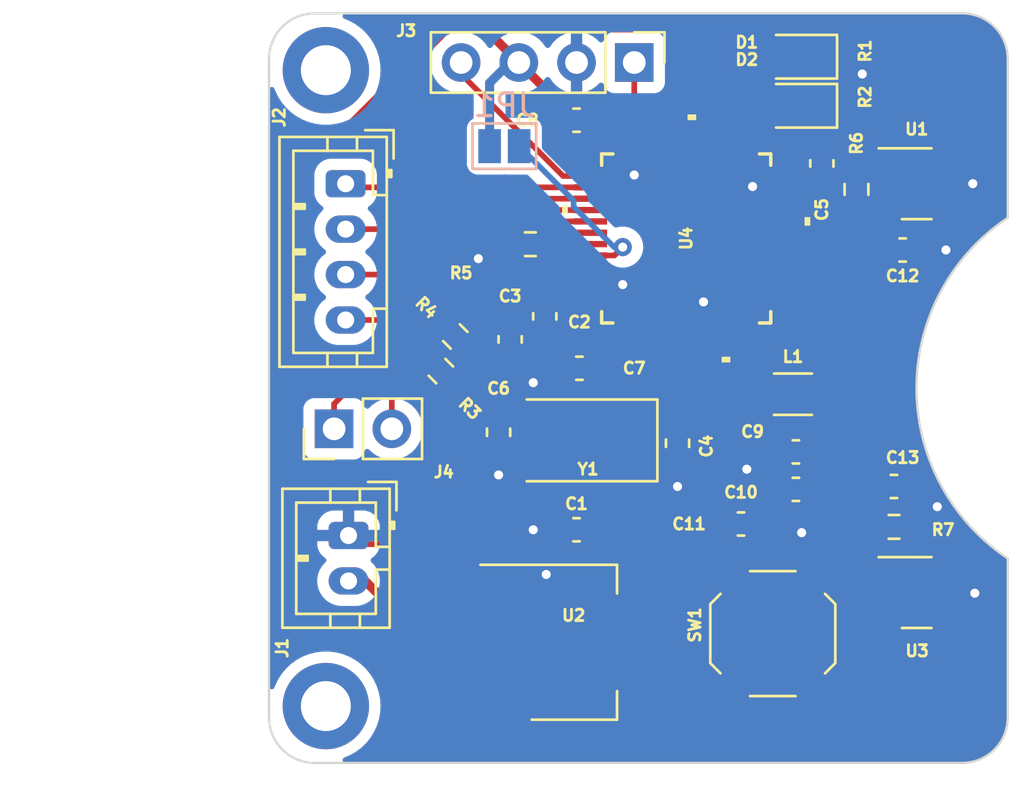
<source format=kicad_pcb>
(kicad_pcb (version 20221018) (generator pcbnew)
  (title_block (title "Mag Encoder PCB") (date "2024-09-25") (rev "0.1") (company "Victor Zhang"))
  (layers (0 "F.Cu" mixed) (31 "B.Cu" power) (34 "B.Paste" user) (35 "F.Paste" user) (36 "B.SilkS" user "B.Silkscreen") (37 "F.SilkS" user "F.Silkscreen") (38 "B.Mask" user) (39 "F.Mask" user) (44 "Edge.Cuts" user))
  (net 0 "")
  (net 1 "GND")
  (net 2 "+5V")
  (net 3 "+3.3V")
  (net 4 "HAL1_IN")
  (net 5 "HAL2_IN")
  (net 6 "+3.3VA")
  (net 7 "Net-(D1-K)")
  (net 8 "Net-(D2-K)")
  (net 30 "Net-(U4A-PD1-OSC_OUT-RCC_OSC_OUT)")
  (net 31 "Net-(U4A-PD0-OSC_IN-RCC_OSC_IN)")
  (net 32 "Net-(D1-A)")
  (net 33 "Net-(D2-A)")
  (net 34 "SWDIO")
  (net 35 "SWCLK")
  (net 36 "SPI1_NSS")
  (net 37 "SPI1_SCK")
  (net 38 "SPI1_MISO")
  (net 39 "SPI1_MOSI")
  (net 40 "I2C1_SDA")
  (net 41 "I2C1_SCL")
  (net 44 "BOOT0")
  (net 45 "Net-(U1-OUT)")
  (net 46 "Net-(U3-OUT)")
  (footprint "Package_TO_SOT_SMD:SOT-23" (layer "F.Cu") (at 87.36 86.745)
    (fp_text reference "U1" (at 0 -2.4 unlocked) (layer "F.SilkS") (effects (font (size 0.5 0.5))))
    (fp_text value "DRV5055A4xDBZxQ1" hide)
    (pad "1" smd roundrect locked (at -0.9375 -0.95) (size 1.475 0.6) (layers "F.Cu" "F.Paste" "F.Mask") (net 3 "+3.3V"))
    (pad "2" smd roundrect locked (at -0.9375 0.95) (size 1.475 0.6) (layers "F.Cu" "F.Paste" "F.Mask") (net 45 "Net-(U1-OUT)"))
    (pad "3" smd roundrect locked (at 0.9375 0) (size 1.475 0.6) (layers "F.Cu" "F.Paste" "F.Mask") (net 1 "GND"))
  )
  (footprint "Crystal:Crystal_SMD_5032-2Pin_5.0x3.2mm" (layer "F.Cu") (at 72.898 98.044 180)
    (fp_text reference "Y1" (at 0 -1.27 unlocked) (layer "F.SilkS") (effects (font (size 0.5 0.5))))
    (fp_text value "8Mhz")
    (pad "1" smd rect (at -1.85 0 180) (size 2 2.4) (layers "F.Cu" "F.Paste" "F.Mask") (net 30 "Net-(U4A-PD1-OSC_OUT-RCC_OSC_OUT)"))
    (pad "2" smd rect (at 1.85 0 180) (size 2 2.4) (layers "F.Cu" "F.Paste" "F.Mask") (net 31 "Net-(U4A-PD0-OSC_IN-RCC_OSC_IN)"))
  )
  (footprint "Capacitor_SMD:C_0603_1608Metric" (layer "F.Cu") (at 86.741 89.662)
    (fp_text reference "C12" (at 0 1.143 unlocked) (layer "F.SilkS") (effects (font (size 0.5 0.5))))
    (fp_text value "C_Small")
    (pad "1" smd roundrect (at -0.775 0) (size 0.9 0.95) (layers "F.Cu" "F.Paste" "F.Mask") (net 4 "HAL1_IN"))
    (pad "2" smd roundrect (at 0.775 0) (size 0.9 0.95) (layers "F.Cu" "F.Paste" "F.Mask") (net 1 "GND"))
  )
  (footprint "Capacitor_SMD:C_0603_1608Metric" (layer "F.Cu") (at 82.042 100.203 180)
    (fp_text reference "C10" (at 2.413 -0.127 unlocked) (layer "F.SilkS") (effects (font (size 0.5 0.5))))
    (fp_text value "100n")
    (pad "1" smd roundrect (at -0.775 0 180) (size 0.9 0.95) (layers "F.Cu" "F.Paste" "F.Mask") (net 6 "+3.3VA"))
    (pad "2" smd roundrect (at 0.775 0 180) (size 0.9 0.95) (layers "F.Cu" "F.Paste" "F.Mask") (net 1 "GND"))
  )
  (footprint "Capacitor_SMD:C_0603_1608Metric" (layer "F.Cu") (at 79.629 101.727)
    (fp_text reference "C11" (at -2.286 0 unlocked) (layer "F.SilkS") (effects (font (size 0.5 0.5))))
    (fp_text value "100n")
    (pad "1" smd roundrect (at -0.775 0) (size 0.9 0.95) (layers "F.Cu" "F.Paste" "F.Mask") (net 3 "+3.3V"))
    (pad "2" smd roundrect (at 0.775 0) (size 0.9 0.95) (layers "F.Cu" "F.Paste" "F.Mask") (net 1 "GND"))
  )
  (footprint "LED_SMD:LED_0805_2012Metric" (layer "F.Cu") (at 82.169 83.312 180)
    (fp_text reference "D2" (at 2.286 2.032 unlocked) (layer "F.SilkS") (effects (font (size 0.5 0.5))))
    (fp_text value "LED_Small")
    (pad "1" smd roundrect (at -0.9375 0 180) (size 0.975 1.4) (layers "F.Cu" "F.Paste" "F.Mask") (net 8 "Net-(D2-K)"))
    (pad "2" smd roundrect (at 0.9375 0 180) (size 0.975 1.4) (layers "F.Cu" "F.Paste" "F.Mask") (net 33 "Net-(D2-A)"))
  )
  (footprint "Connector_JST:JST_PH_B2B-PH-K_1x02_P2.00mm_Vertical" (layer "F.Cu") (at 62.357 102.235 -90)
    (fp_text reference "J1" (at 4.953 2.921 90 unlocked) (layer "F.SilkS") (effects (font (size 0.5 0.5))))
    (fp_text value "Conn_01x02_Socket")
    (pad "1" thru_hole roundrect (at 0 0 270) (size 1.2 1.75) (drill 0.75) (layers "*.Cu" "*.Mask") (roundrect_rratio 0.2083333333) (net 1 "GND"))
    (pad "2" thru_hole oval (at 2 0 270) (size 1.2 1.75) (drill 0.75) (layers "*.Cu" "*.Mask") (net 2 "+5V"))
  )
  (footprint "Resistor_SMD:R_0603_1608Metric" (layer "F.Cu") (at 70.358 89.408 180)
    (fp_text reference "R5" (at 3.048 -1.27 unlocked) (layer "F.SilkS") (effects (font (size 0.5 0.5))))
    (fp_text value "10k")
    (pad "1" smd roundrect (at -0.825 0 180) (size 0.8 0.95) (layers "F.Cu" "F.Paste" "F.Mask") (net 44 "BOOT0"))
    (pad "2" smd roundrect (at 0.825 0 180) (size 0.8 0.95) (layers "F.Cu" "F.Paste" "F.Mask") (net 1 "GND"))
  )
  (footprint "Capacitor_SMD:C_0603_1608Metric" (layer "F.Cu") (at 86.36 100.076)
    (fp_text reference "C13" (at 0.381 -1.27 unlocked) (layer "F.SilkS") (effects (font (size 0.5 0.5))))
    (fp_text value "C_Small")
    (pad "1" smd roundrect (at -0.775 0) (size 0.9 0.95) (layers "F.Cu" "F.Paste" "F.Mask") (net 5 "HAL2_IN"))
    (pad "2" smd roundrect (at 0.775 0) (size 0.9 0.95) (layers "F.Cu" "F.Paste" "F.Mask") (net 1 "GND"))
  )
  (footprint "Capacitor_SMD:C_0603_1608Metric" (layer "F.Cu") (at 82.042 98.552 180)
    (fp_text reference "C9" (at 1.905 0.889 unlocked) (layer "F.SilkS") (effects (font (size 0.5 0.5))))
    (fp_text value "1u")
    (pad "1" smd roundrect (at -0.775 0 180) (size 0.9 0.95) (layers "F.Cu" "F.Paste" "F.Mask") (net 6 "+3.3VA"))
    (pad "2" smd roundrect (at 0.775 0 180) (size 0.9 0.95) (layers "F.Cu" "F.Paste" "F.Mask") (net 1 "GND"))
  )
  (footprint "Capacitor_SMD:C_0603_1608Metric" (layer "F.Cu") (at 83.185 85.852 -90)
    (fp_text reference "C5" (at 2.032 0 90 unlocked) (layer "F.SilkS") (effects (font (size 0.5 0.5))))
    (fp_text value "100n")
    (pad "1" smd roundrect (at -0.775 0 270) (size 0.9 0.95) (layers "F.Cu" "F.Paste" "F.Mask") (net 3 "+3.3V"))
    (pad "2" smd roundrect (at 0.775 0 270) (size 0.9 0.95) (layers "F.Cu" "F.Paste" "F.Mask") (net 1 "GND"))
  )
  (footprint "Resistor_SMD:R_0201_0603Metric" (layer "F.Cu") (at 84.328 81.153 90)
    (fp_text reference "R1" (at 0.254 0.762 90 unlocked) (layer "F.SilkS") (effects (font (size 0.5 0.5))))
    (fp_text value "1.5k")
    (pad "1" smd roundrect (at -0.32 0 90) (size 0.46 0.4) (layers "F.Cu" "F.Mask") (net 1 "GND"))
    (pad "2" smd roundrect (at 0.32 0 90) (size 0.46 0.4) (layers "F.Cu" "F.Mask") (net 7 "Net-(D1-K)"))
  )
  (footprint "Capacitor_SMD:C_0603_1608Metric" (layer "F.Cu") (at 72.517 94.869 180)
    (fp_text reference "C7" (at -2.413 0 unlocked) (layer "F.SilkS") (effects (font (size 0.5 0.5))))
    (fp_text value "100n")
    (pad "1" smd roundrect (at -0.775 0 180) (size 0.9 0.95) (layers "F.Cu" "F.Paste" "F.Mask") (net 3 "+3.3V"))
    (pad "2" smd roundrect (at 0.775 0 180) (size 0.9 0.95) (layers "F.Cu" "F.Paste" "F.Mask") (net 1 "GND"))
  )
  (footprint "Resistor_SMD:R_0201_0603Metric" (layer "F.Cu") (at 84.328 82.641 -90)
    (fp_text reference "R2" (at 0.29 -0.762 90 unlocked) (layer "F.SilkS") (effects (font (size 0.5 0.5))))
    (fp_text value "1.5k")
    (pad "1" smd roundrect (at -0.32 0 270) (size 0.46 0.4) (layers "F.Cu" "F.Mask") (net 1 "GND"))
    (pad "2" smd roundrect (at 0.32 0 270) (size 0.46 0.4) (layers "F.Cu" "F.Mask") (net 8 "Net-(D2-K)"))
  )
  (footprint "Resistor_SMD:R_0603_1608Metric" (layer "F.Cu") (at 67.056 93.472 135)
    (fp_text reference "R4" (at 1.796051 0 315 unlocked) (layer "F.SilkS") (effects (font (size 0.5 0.5))))
    (fp_text value "4.7k")
    (pad "1" smd roundrect (at -0.825 0 135) (size 0.8 0.95) (layers "F.Cu" "F.Paste" "F.Mask") (net 3 "+3.3V"))
    (pad "2" smd roundrect (at 0.825 0 135) (size 0.8 0.95) (layers "F.Cu" "F.Paste" "F.Mask") (net 41 "I2C1_SCL"))
  )
  (footprint "Capacitor_SMD:C_0603_1608Metric" (layer "F.Cu") (at 69.469 93.599 90)
    (fp_text reference "C3" (at 1.905 0 unlocked) (layer "F.SilkS") (effects (font (size 0.5 0.5))))
    (fp_text value "100n")
    (pad "1" smd roundrect (at -0.775 0 90) (size 0.9 0.95) (layers "F.Cu" "F.Paste" "F.Mask") (net 3 "+3.3V"))
    (pad "2" smd roundrect (at 0.775 0 90) (size 0.9 0.95) (layers "F.Cu" "F.Paste" "F.Mask") (net 1 "GND"))
  )
  (footprint "Package_TO_SOT_SMD:SOT-23" (layer "F.Cu") (at 87.36 104.745)
    (fp_text reference "U3" (at 0.016 2.57 unlocked) (layer "F.SilkS") (effects (font (size 0.5 0.5))))
    (fp_text value "DRV5055A4xDBZxQ1" hide)
    (pad "1" smd roundrect locked (at -0.9375 -0.95) (size 1.475 0.6) (layers "F.Cu" "F.Paste" "F.Mask") (net 3 "+3.3V"))
    (pad "2" smd roundrect locked (at -0.9375 0.95) (size 1.475 0.6) (layers "F.Cu" "F.Paste" "F.Mask") (net 46 "Net-(U3-OUT)"))
    (pad "3" smd roundrect locked (at 0.9375 0) (size 1.475 0.6) (layers "F.Cu" "F.Paste" "F.Mask") (net 1 "GND"))
  )
  (footprint "Package_TO_SOT_SMD:SOT-223-3_TabPin2" (layer "F.Cu") (at 72.263 106.934)
    (fp_text reference "U2" (at 0 -1.181 unlocked) (layer "F.SilkS") (effects (font (size 0.5 0.5))))
    (fp_text value "AMS1117-3.3" hide)
    (pad "1" smd rect (at -3.15 -2.3) (size 2 1.5) (layers "F.Cu" "F.Paste" "F.Mask") (net 1 "GND"))
    (pad "2" smd rect (at -3.15 0) (size 2 1.5) (layers "F.Cu" "F.Paste" "F.Mask") (net 3 "+3.3V"))
    (pad "2" smd rect (at 3.15 0) (size 2 3.8) (layers "F.Cu" "F.Paste" "F.Mask") (net 3 "+3.3V"))
    (pad "3" smd rect (at -3.15 2.3) (size 2 1.5) (layers "F.Cu" "F.Paste" "F.Mask") (net 2 "+5V"))
  )
  (footprint "Inductor_SMD:L_1206_3216Metric" (layer "F.Cu") (at 81.915 96.012 180)
    (fp_text reference "L1" (at 0 1.651 unlocked) (layer "F.SilkS") (effects (font (size 0.5 0.5))))
    (fp_text value "27n")
    (pad "1" smd roundrect (at -1.575 0 180) (size 1.05 1.9) (layers "F.Cu" "F.Paste" "F.Mask") (roundrect_rratio 0.2380952381) (net 3 "+3.3V"))
    (pad "2" smd roundrect (at 1.575 0 180) (size 1.05 1.9) (layers "F.Cu" "F.Paste" "F.Mask") (roundrect_rratio 0.2380952381) (net 6 "+3.3VA"))
  )
  (footprint "MountingHole:MountingHole_2.2mm_M2_DIN965_Pad" (layer "F.Cu") (at 61.36 81.745)
    (fp_text reference "REF1" hide)
    (fp_text value "MountingHole_2.2mm_M2_DIN965_Pad")
    (pad "1" thru_hole circle (at 0 0) (size 3.8 3.8) (drill 2.2) (layers "*.Cu" "*.Mask"))
  )
  (footprint "MountingHole:MountingHole_2.2mm_M2_DIN965_Pad" (layer "F.Cu") (at 61.36 109.745)
    (fp_text reference "REF2" hide)
    (fp_text value "MountingHole_2.2mm_M2_DIN965_Pad")
    (pad "2" thru_hole circle (at 0 0) (size 3.8 3.8) (drill 2.2) (layers "*.Cu" "*.Mask"))
  )
  (footprint "Inductor_SMD:L_0603_1608Metric" (layer "F.Cu") (at 76.835 98.171 -90)
    (fp_text reference "C4" (at 0.127 -1.27 90 unlocked) (layer "F.SilkS") (effects (font (size 0.5 0.5))))
    (fp_text value "20p")
    (pad "1" smd roundrect (at -0.7875 0 270) (size 0.875 0.95) (layers "F.Cu" "F.Paste" "F.Mask") (net 30 "Net-(U4A-PD1-OSC_OUT-RCC_OSC_OUT)"))
    (pad "2" smd roundrect (at 0.7875 0 270) (size 0.875 0.95) (layers "F.Cu" "F.Paste" "F.Mask") (net 1 "GND"))
  )
  (footprint "Connector_PinHeader_2.54mm:PinHeader_1x02_P2.54mm_Vertical" (layer "F.Cu") (at 61.722 97.536 90)
    (fp_text reference "J4" (at -1.905 4.826 unlocked) (layer "F.SilkS") (effects (font (size 0.5 0.5))))
    (fp_text value "Conn_01x02_Socket")
    (pad "1" thru_hole rect (at 0 0 90) (size 1.7 1.7) (drill 1) (layers "*.Cu" "*.Mask") (net 41 "I2C1_SCL"))
    (pad "2" thru_hole oval (at 0 2.54 90) (size 1.7 1.7) (drill 1) (layers "*.Cu" "*.Mask") (net 40 "I2C1_SDA"))
  )
  (footprint "Inductor_SMD:L_0603_1608Metric" (layer "F.Cu") (at 68.961 97.6885 -90)
    (fp_text reference "C6" (at -1.9305 0 unlocked) (layer "F.SilkS") (effects (font (size 0.5 0.5))))
    (fp_text value "20p")
    (pad "1" smd roundrect (at -0.7875 0 270) (size 0.875 0.95) (layers "F.Cu" "F.Paste" "F.Mask") (net 31 "Net-(U4A-PD0-OSC_IN-RCC_OSC_IN)"))
    (pad "2" smd roundrect (at 0.7875 0 270) (size 0.875 0.95) (layers "F.Cu" "F.Paste" "F.Mask") (net 1 "GND"))
  )
  (footprint "Capacitor_SMD:C_0603_1608Metric" (layer "F.Cu") (at 72.39 101.981 180)
    (fp_text reference "C1" (at 0 1.143 unlocked) (layer "F.SilkS") (effects (font (size 0.5 0.5))))
    (fp_text value "1u")
    (pad "1" smd roundrect (at -0.775 0 180) (size 0.9 0.95) (layers "F.Cu" "F.Paste" "F.Mask") (net 3 "+3.3V"))
    (pad "2" smd roundrect (at 0.775 0 180) (size 0.9 0.95) (layers "F.Cu" "F.Paste" "F.Mask") (net 1 "GND"))
  )
  (footprint "Button_Switch_SMD:SW_Push_1P1T_XKB_TS-1187A" (layer "F.Cu") (at 81.026 106.553 -90)
    (fp_text reference "SW1" (at -0.381 3.429 90 unlocked) (layer "F.SilkS") (effects (font (size 0.5 0.5))))
    (fp_text value "SW_Push")
    (pad "1" smd rect (at -3 -1.875 270) (size 1 0.75) (layers "F.Cu" "F.Paste" "F.Mask") (net 1 "GND"))
    (pad "1" smd rect (at 3 -1.875 270) (size 1 0.75) (layers "F.Cu" "F.Paste" "F.Mask") (net 1 "GND"))
    (pad "2" smd rect (at -3 1.875 270) (size 1 0.75) (layers "F.Cu" "F.Paste" "F.Mask") (net 3 "+3.3V"))
    (pad "2" smd rect (at 3 1.875 270) (size 1 0.75) (layers "F.Cu" "F.Paste" "F.Mask") (net 3 "+3.3V"))
  )
  (footprint "Connector_PinHeader_2.54mm:PinHeader_1x04_P2.54mm_Vertical" (layer "F.Cu") (at 74.93 81.407 -90)
    (fp_text reference "J3" (at -1.397 10.033 unlocked) (layer "F.SilkS") (effects (font (size 0.5 0.5))))
    (fp_text value "Conn_01x04_Pin" hide)
    (pad "1" thru_hole rect (at 0 0 270) (size 1.7 1.7) (drill 1) (layers "*.Cu" "*.Mask") (net 34 "SWDIO"))
    (pad "2" thru_hole oval (at 0 2.54 270) (size 1.7 1.7) (drill 1) (layers "*.Cu" "*.Mask") (net 1 "GND"))
    (pad "3" thru_hole oval (at 0 5.08 270) (size 1.7 1.7) (drill 1) (layers "*.Cu" "*.Mask") (net 3 "+3.3V"))
    (pad "4" thru_hole oval (at 0 7.62 270) (size 1.7 1.7) (drill 1) (layers "*.Cu" "*.Mask") (net 35 "SWCLK"))
  )
  (footprint "Capacitor_SMD:C_0603_1608Metric" (layer "F.Cu") (at 70.993 92.583 90)
    (fp_text reference "C2" (at -0.254 1.524 unlocked) (layer "F.SilkS") (effects (font (size 0.5 0.5))))
    (fp_text value "4u7")
    (pad "1" smd roundrect (at -0.775 0 90) (size 0.9 0.95) (layers "F.Cu" "F.Paste" "F.Mask") (net 3 "+3.3V"))
    (pad "2" smd roundrect (at 0.775 0 90) (size 0.9 0.95) (layers "F.Cu" "F.Paste" "F.Mask") (net 1 "GND"))
  )
  (footprint "LQFP48_STM:LQFP48_STM" (layer "F.Cu") (at 77.216 89.154 90)
    (fp_text reference "U4" (at 0 0 90 unlocked) (layer "F.SilkS") (effects (font (size 0.5 0.5))))
    (fp_text value "STM32F103C8T6")
    (pad "1" smd rect (at -4.2164 -2.75 180) (size 0.2794 1.4732) (layers "F.Cu" "F.Paste" "F.Mask") (net 3 "+3.3V"))
    (pad "2" smd rect (at -4.2164 -2.250001 180) (size 0.2794 1.4732) (layers "F.Cu" "F.Paste" "F.Mask"))
    (pad "3" smd rect (at -4.2164 -1.749999 180) (size 0.2794 1.4732) (layers "F.Cu" "F.Paste" "F.Mask"))
    (pad "4" smd rect (at -4.2164 -1.25 180) (size 0.2794 1.4732) (layers "F.Cu" "F.Paste" "F.Mask"))
    (pad "5" smd rect (at -4.2164 -0.750001 180) (size 0.2794 1.4732) (layers "F.Cu" "F.Paste" "F.Mask") (net 31 "Net-(U4A-PD0-OSC_IN-RCC_OSC_IN)"))
    (pad "6" smd rect (at -4.2164 -0.25 180) (size 0.2794 1.4732) (layers "F.Cu" "F.Paste" "F.Mask") (net 30 "Net-(U4A-PD1-OSC_OUT-RCC_OSC_OUT)"))
    (pad "7" smd rect (at -4.2164 0.25 180) (size 0.2794 1.4732) (layers "F.Cu" "F.Paste" "F.Mask") (net 3 "+3.3V"))
    (pad "8" smd rect (at -4.2164 0.750001 180) (size 0.2794 1.4732) (layers "F.Cu" "F.Paste" "F.Mask") (net 1 "GND"))
    (pad "9" smd rect (at -4.2164 1.25 180) (size 0.2794 1.4732) (layers "F.Cu" "F.Paste" "F.Mask") (net 6 "+3.3VA"))
    (pad "10" smd rect (at -4.2164 1.749999 180) (size 0.2794 1.4732) (layers "F.Cu" "F.Paste" "F.Mask"))
    (pad "11" smd rect (at -4.2164 2.250001 180) (size 0.2794 1.4732) (layers "F.Cu" "F.Paste" "F.Mask"))
    (pad "12" smd rect (at -4.2164 2.75 180) (size 0.2794 1.4732) (layers "F.Cu" "F.Paste" "F.Mask"))
    (pad "13" smd rect (at -2.75 4.2164 90) (size 0.2794 1.4732) (layers "F.Cu" "F.Paste" "F.Mask"))
    (pad "14" smd rect (at -2.250001 4.2164 90) (size 0.2794 1.4732) (layers "F.Cu" "F.Paste" "F.Mask"))
    (pad "15" smd rect (at -1.749999 4.2164 90) (size 0.2794 1.4732) (layers "F.Cu" "F.Paste" "F.Mask"))
    (pad "16" smd rect (at -1.25 4.2164 90) (size 0.2794 1.4732) (layers "F.Cu" "F.Paste" "F.Mask"))
    (pad "17" smd rect (at -0.750001 4.2164 90) (size 0.2794 1.4732) (layers "F.Cu" "F.Paste" "F.Mask"))
    (pad "18" smd rect (at -0.25 4.2164 90) (size 0.2794 1.4732) (layers "F.Cu" "F.Paste" "F.Mask") (net 5 "HAL2_IN"))
    (pad "19" smd rect (at 0.25 4.2164 90) (size 0.2794 1.4732) (layers "F.Cu" "F.Paste" "F.Mask") (net 4 "HAL1_IN"))
    (pad "20" smd rect (at 0.750001 4.2164 90) (size 0.2794 1.4732) (layers "F.Cu" "F.Paste" "F.Mask"))
    (pad "21" smd rect (at 1.25 4.2164 90) (size 0.2794 1.4732) (layers "F.Cu" "F.Paste" "F.Mask"))
    (pad "22" smd rect (at 1.749999 4.2164 90) (size 0.2794 1.4732) (layers "F.Cu" "F.Paste" "F.Mask"))
    (pad "23" smd rect (at 2.250001 4.2164 90) (size 0.2794 1.4732) (layers "F.Cu" "F.Paste" "F.Mask") (net 1 "GND"))
    (pad "24" smd rect (at 2.75 4.2164 90) (size 0.2794 1.4732) (layers "F.Cu" "F.Paste" "F.Mask") (net 3 "+3.3V"))
    (pad "25" smd rect (at 4.2164 2.75 180) (size 0.2794 1.4732) (layers "F.Cu" "F.Paste" "F.Mask"))
    (pad "26" smd rect (at 4.2164 2.250001 180) (size 0.2794 1.4732) (layers "F.Cu" "F.Paste" "F.Mask"))
    (pad "27" smd rect (at 4.2164 1.749999 180) (size 0.2794 1.4732) (layers "F.Cu" "F.Paste" "F.Mask"))
    (pad "28" smd rect (at 4.2164 1.25 180) (size 0.2794 1.4732) (layers "F.Cu" "F.Paste" "F.Mask"))
    (pad "29" smd rect (at 4.2164 0.750001 180) (size 0.2794 1.4732) (layers "F.Cu" "F.Paste" "F.Mask") (net 33 "Net-(D2-A)"))
    (pad "30" smd rect (at 4.2164 0.25 180) (size 0.2794 1.4732) (layers "F.Cu" "F.Paste" "F.Mask") (net 32 "Net-(D1-A)"))
    (pad "31" smd rect (at 4.2164 -0.25 180) (size 0.2794 1.4732) (layers "F.Cu" "F.Paste" "F.Mask"))
    (pad "32" smd rect (at 4.2164 -0.750001 180) (size 0.2794 1.4732) (layers "F.Cu" "F.Paste" "F.Mask"))
    (pad "33" smd rect (at 4.2164 -1.25 180) (size 0.2794 1.4732) (layers "F.Cu" "F.Paste" "F.Mask"))
    (pad "34" smd rect (at 4.2164 -1.749999 180) (size 0.2794 1.4732) (layers "F.Cu" "F.Paste" "F.Mask") (net 34 "SWDIO"))
    (pad "35" smd rect (at 4.2164 -2.250001 180) (size 0.2794 1.4732) (layers "F.Cu" "F.Paste" "F.Mask") (net 1 "GND"))
    (pad "36" smd rect (at 4.2164 -2.75 180) (size 0.2794 1.4732) (layers "F.Cu" "F.Paste" "F.Mask") (net 3 "+3.3V"))
    (pad "37" smd rect (at 2.75 -4.2164 90) (size 0.2794 1.4732) (layers "F.Cu" "F.Paste" "F.Mask") (net 35 "SWCLK"))
    (pad "38" smd rect (at 2.250001 -4.2164 90) (size 0.2794 1.4732) (layers "F.Cu" "F.Paste" "F.Mask") (net 36 "SPI1_NSS"))
    (pad "39" smd rect (at 1.749999 -4.2164 90) (size 0.2794 1.4732) (layers "F.Cu" "F.Paste" "F.Mask") (net 37 "SPI1_SCK"))
    (pad "40" smd rect (at 1.25 -4.2164 90) (size 0.2794 1.4732) (layers "F.Cu" "F.Paste" "F.Mask") (net 38 "SPI1_MISO"))
    (pad "41" smd rect (at 0.750001 -4.2164 90) (size 0.2794 1.4732) (layers "F.Cu" "F.Paste" "F.Mask") (net 39 "SPI1_MOSI"))
    (pad "42" smd rect (at 0.25 -4.2164 90) (size 0.2794 1.4732) (layers "F.Cu" "F.Paste" "F.Mask"))
    (pad "43" smd rect (at -0.25 -4.2164 90) (size 0.2794 1.4732) (layers "F.Cu" "F.Paste" "F.Mask"))
    (pad "44" smd rect (at -0.750001 -4.2164 90) (size 0.2794 1.4732) (layers "F.Cu" "F.Paste" "F.Mask") (net 44 "BOOT0"))
    (pad "45" smd rect (at -1.25 -4.2164 90) (size 0.2794 1.4732) (layers "F.Cu" "F.Paste" "F.Mask") (net 41 "I2C1_SCL"))
    (pad "46" smd rect (at -1.749999 -4.2164 90) (size 0.2794 1.4732) (layers "F.Cu" "F.Paste" "F.Mask") (net 40 "I2C1_SDA"))
    (pad "47" smd rect (at -2.250001 -4.2164 90) (size 0.2794 1.4732) (layers "F.Cu" "F.Paste" "F.Mask") (net 1 "GND"))
    (pad "48" smd rect (at -2.75 -4.2164 90) (size 0.2794 1.4732) (layers "F.Cu" "F.Paste" "F.Mask") (net 3 "+3.3V"))
  )
  (footprint "LED_SMD:LED_0805_2012Metric" (layer "F.Cu") (at 82.169 81.153 180)
    (fp_text reference "D1" (at 2.286 0.635 unlocked) (layer "F.SilkS") (effects (font (size 0.5 0.5))))
    (fp_text value "LED_Small")
    (pad "1" smd roundrect (at -0.9375 0 180) (size 0.975 1.4) (layers "F.Cu" "F.Paste" "F.Mask") (net 7 "Net-(D1-K)"))
    (pad "2" smd roundrect (at 0.9375 0 180) (size 0.975 1.4) (layers "F.Cu" "F.Paste" "F.Mask") (net 32 "Net-(D1-A)"))
  )
  (footprint "Resistor_SMD:R_0603_1608Metric" (layer "F.Cu") (at 86.36 101.854)
    (fp_text reference "R7" (at 2.159 0.127 unlocked) (layer "F.SilkS") (effects (font (size 0.5 0.5))))
    (fp_text value "R_Small")
    (pad "1" smd roundrect (at -0.825 0) (size 0.8 0.95) (layers "F.Cu" "F.Paste" "F.Mask") (net 46 "Net-(U3-OUT)"))
    (pad "2" smd roundrect (at 0.825 0) (size 0.8 0.95) (layers "F.Cu" "F.Paste" "F.Mask") (net 5 "HAL2_IN"))
  )
  (footprint "Connector_JST:JST_PH_B4B-PH-K_1x04_P2.00mm_Vertical" (layer "F.Cu") (at 62.23 86.745 -90)
    (fp_text reference "J2" (at -2.925 2.921 90 unlocked) (layer "F.SilkS") (effects (font (size 0.5 0.5))))
    (fp_text value "Conn_01x04_Socket")
    (pad "1" thru_hole roundrect (at 0 0 270) (size 1.2 1.75) (drill 0.75) (layers "*.Cu" "*.Mask") (roundrect_rratio 0.2083333333) (net 36 "SPI1_NSS"))
    (pad "2" thru_hole oval (at 2 0 270) (size 1.2 1.75) (drill 0.75) (layers "*.Cu" "*.Mask") (net 37 "SPI1_SCK"))
    (pad "3" thru_hole oval (at 4 0 270) (size 1.2 1.75) (drill 0.75) (layers "*.Cu" "*.Mask") (net 38 "SPI1_MISO"))
    (pad "4" thru_hole oval (at 6 0 270) (size 1.2 1.75) (drill 0.75) (layers "*.Cu" "*.Mask") (net 39 "SPI1_MOSI"))
  )
  (footprint "Capacitor_SMD:C_0603_1608Metric" (layer "F.Cu") (at 72.39 83.947)
    (fp_text reference "C8" (at -2.159 0 unlocked) (layer "F.SilkS") (effects (font (size 0.5 0.5))))
    (fp_text value "100n")
    (pad "1" smd roundrect (at -0.775 0) (size 0.9 0.95) (layers "F.Cu" "F.Paste" "F.Mask") (net 3 "+3.3V"))
    (pad "2" smd roundrect (at 0.775 0) (size 0.9 0.95) (layers "F.Cu" "F.Paste" "F.Mask") (net 1 "GND"))
  )
  (footprint "Resistor_SMD:R_0603_1608Metric" (layer "F.Cu") (at 84.709 86.995 -90)
    (fp_text reference "R6" (at -2.032 0 90 unlocked) (layer "F.SilkS") (effects (font (size 0.5 0.5))))
    (fp_text value "R_Small")
    (pad "1" smd roundrect (at -0.825 0 270) (size 0.8 0.95) (layers "F.Cu" "F.Paste" "F.Mask") (net 45 "Net-(U1-OUT)"))
    (pad "2" smd roundrect (at 0.825 0 270) (size 0.8 0.95) (layers "F.Cu" "F.Paste" "F.Mask") (net 4 "HAL1_IN"))
  )
  (footprint "Resistor_SMD:R_0603_1608Metric" (layer "F.Cu") (at 66.421 94.996 135)
    (fp_text reference "R3" (at -2.065459 -0.269408 315 unlocked) (layer "F.SilkS") (effects (font (size 0.5 0.5))))
    (fp_text value "4.7k")
    (pad "1" smd roundrect (at -0.825 0 135) (size 0.8 0.95) (layers "F.Cu" "F.Paste" "F.Mask") (net 3 "+3.3V"))
    (pad "2" smd roundrect (at 0.825 0 135) (size 0.8 0.95) (layers "F.Cu" "F.Paste" "F.Mask") (net 40 "I2C1_SDA"))
  )
  (footprint "Jumper:SolderJumper-2_P1.3mm_Open_Pad1.0x1.5mm" (layer "B.Cu") (at 69.215 85.09 180)
    (fp_text reference "JP1" (at 0 1.8) (layer "B.SilkS") (effects (justify mirror)))
    (fp_text value "SolderJumper_2_Open")
    (pad "1" smd rect (at -0.65 0 180) (size 1 1.5) (layers "B.Cu" "B.Mask") (net 44 "BOOT0"))
    (pad "2" smd rect (at 0.65 0 180) (size 1 1.5) (layers "B.Cu" "B.Mask") (net 3 "+3.3V"))
  )
  (gr_arc (start 60.86 112.245) (mid 59.445786 111.659214) (end 58.86 110.245) (stroke (width 0.1)) (layer "Edge.Cuts"))
  (gr_arc (start 89.36 79.245) (mid 90.774214 79.830786) (end 91.36 81.245) (stroke (width 0.1)) (layer "Edge.Cuts"))
  (gr_arc (start 58.86 81.245) (mid 59.445786 79.830786) (end 60.86 79.245) (stroke (width 0.1)) (layer "Edge.Cuts"))
  (gr_arc (start 91.36 110.245) (mid 90.774214 111.659214) (end 89.36 112.245) (stroke (width 0.1)) (layer "Edge.Cuts"))
  (gr_line (start 91.36 81.245) (end 91.36 88.245) (stroke (width 0.1)) (layer "Edge.Cuts"))
  (gr_line (start 89.36 112.245) (end 60.86 112.245) (stroke (width 0.1)) (layer "Edge.Cuts"))
  (gr_arc (start 91.36 103.245) (mid 87.346122 95.745) (end 91.36 88.245) (stroke (width 0.1)) (layer "Edge.Cuts"))
  (gr_line (start 60.86 79.245) (end 89.36 79.245) (stroke (width 0.1)) (layer "Edge.Cuts"))
  (gr_line (start 91.36 103.245) (end 91.36 110.245) (stroke (width 0.1)) (layer "Edge.Cuts"))
  (gr_line (start 58.86 110.245) (end 58.86 81.245) (stroke (width 0.1)) (layer "Edge.Cuts"))
  (segment (start 70.372 104.634) (end 69.113 104.634) (width 0.25) (layer "F.Cu") (net 1))
  (segment (start 82.296 102.108) (end 82.901 102.713) (width 0.25) (layer "F.Cu") (net 1))
  (segment (start 73.546 83.566) (end 73.165 83.947) (width 0.25) (layer "F.Cu") (net 1))
  (segment (start 84.328 81.473) (end 84.521 81.473) (width 0.25) (layer "F.Cu") (net 1))
  (segment (start 84.328 82.321) (end 84.557 82.321) (width 0.25) (layer "F.Cu") (net 1))
  (segment (start 74.676 83.566) (end 73.546 83.566) (width 0.25) (layer "F.Cu") (net 1))
  (segment (start 70.485 95.504) (end 71.12 94.869) (width 0.25) (layer "F.Cu") (net 1))
  (segment (start 79.883 99.314) (end 80.378 99.314) (width 0.25) (layer "F.Cu") (net 1))
  (segment (start 72.898 83.947) (end 72.39 83.439) (width 0.25) (layer "F.Cu") (net 1))
  (segment (start 72.044999 91.404001) (end 72.9996 91.404001) (width 0.25) (layer "F.Cu") (net 1))
  (segment (start 71.615 103.391) (end 71.615 101.981) (width 0.25) (layer "F.Cu") (net 1))
  (segment (start 69.113 104.634) (end 67.095 102.616) (width 0.25) (layer "F.Cu") (net 1))
  (segment (start 67.095 102.616) (end 62.738 102.616) (width 0.25) (layer "F.Cu") (net 1))
  (segment (start 79.19 97.605) (end 80.137 98.552) (width 0.25) (layer "F.Cu") (net 1))
  (segment (start 71.0565 103.9495) (end 71.615 103.391) (width 0.25) (layer "F.Cu") (net 1))
  (segment (start 71.641 91.808) (end 72.044999 91.404001) (width 0.25) (layer "F.Cu") (net 1))
  (segment (start 87.516 89.662) (end 88.646 89.662) (width 0.25) (layer "F.Cu") (net 1))
  (segment (start 82.908001 86.903999) (end 83.185 86.627) (width 0.25) (layer "F.Cu") (net 1))
  (segment (start 80.137 86.868) (end 80.319002 86.903999) (width 0.25) (layer "F.Cu") (net 1))
  (segment (start 70.485 101.981) (end 71.615 101.981) (width 0.25) (layer "F.Cu") (net 1))
  (segment (start 80.378 99.314) (end 81.267 100.203) (width 0.25) (layer "F.Cu") (net 1))
  (segment (start 84.557 82.321) (end 84.963 81.915) (width 0.25) (layer "F.Cu") (net 1))
  (segment (start 88.265 100.965) (end 88.024 100.965) (width 0.25) (layer "F.Cu") (net 1))
  (segment (start 77.966001 93.3704) (end 77.966001 95.873001) (width 0.25) (layer "F.Cu") (net 1))
  (segment (start 81.4324 86.903999) (end 80.391 86.903999) (width 0.25) (layer "F.Cu") (net 1))
  (segment (start 71.0565 103.9495) (end 70.372 104.634) (width 0.25) (layer "F.Cu") (net 1))
  (segment (start 82.296 102.108) (end 81.915 101.727) (width 0.25) (layer "F.Cu") (net 1))
  (segment (start 80.319002 86.903999) (end 80.355001 86.903999) (width 0.25) (layer "F.Cu") (net 1))
  (segment (start 71.12 94.869) (end 71.742 94.869) (width 0.25) (layer "F.Cu") (net 1))
  (segment (start 88.2975 86.745) (end 89.8225 86.745) (width 0.25) (layer "F.Cu") (net 1))
  (segment (start 89.886 104.745) (end 89.916 104.775) (width 0.25) (layer "F.Cu") (net 1))
  (segment (start 72.9996 91.404001) (end 74.330999 91.404001) (width 0.25) (layer "F.Cu") (net 1))
  (segment (start 62.738 102.616) (end 62.357 102.235) (width 0.25) (layer "F.Cu") (net 1))
  (segment (start 77.966001 93.3704) (end 77.978 91.948) (width 0.25) (layer "F.Cu") (net 1))
  (segment (start 69.977 92.824) (end 70.993 91.808) (width 0.25) (layer "F.Cu") (net 1))
  (segment (start 80.391 86.903999) (end 80.137 86.868) (width 0.25) (layer "F.Cu") (net 1))
  (segment (start 70.993 91.808) (end 71.641 91.808) (width 0.25) (layer "F.Cu") (net 1))
  (segment (start 74.330999 91.404001) (end 74.422 91.186) (width 0.25) (layer "F.Cu") (net 1))
  (segment (start 68.961 99.568) (end 68.961 98.476) (width 0.25) (layer "F.Cu") (net 1))
  (segment (start 68.072 90.043) (end 68.707 89.408) (width 0.25) (layer "F.Cu") (net 1))
  (segment (start 77.966001 95.873001) (end 79.19 97.097) (width 0.25) (layer "F.Cu") (net 1))
  (segment (start 84.521 81.473) (end 84.963 81.915) (width 0.25) (layer "F.Cu") (net 1))
  (segment (start 80.137 98.552) (end 81.267 98.552) (width 0.25) (layer "F.Cu") (net 1))
  (segment (start 89.8225 86.745) (end 89.8265 86.741) (width 0.25) (layer "F.Cu") (net 1))
  (segment (start 76.835 98.9585) (end 76.835 100.076) (width 0.25) (layer "F.Cu") (net 1))
  (segment (start 72.39 83.439) (end 72.39 81.407) (width 0.25) (layer "F.Cu") (net 1))
  (segment (start 68.707 89.408) (end 69.533 89.408) (width 0.25) (layer "F.Cu") (net 1))
  (segment (start 88.2975 104.745) (end 89.886 104.745) (width 0.25) (layer "F.Cu") (net 1))
  (segment (start 88.024 100.965) (end 87.135 100.076) (width 0.25) (layer "F.Cu") (net 1))
  (segment (start 74.422 91.186) (end 74.422 91.313) (width 0.25) (layer "F.Cu") (net 1))
  (segment (start 81.4324 86.903999) (end 82.908001 86.903999) (width 0.25) (layer "F.Cu") (net 1))
  (segment (start 74.965999 84.9376) (end 74.965999 83.855999) (width 0.25) (layer "F.Cu") (net 1))
  (segment (start 73.165 83.947) (end 72.898 83.947) (width 0.25) (layer "F.Cu") (net 1))
  (segment (start 69.469 92.824) (end 69.977 92.824) (width 0.25) (layer "F.Cu") (net 1))
  (segment (start 82.901 102.713) (end 82.901 103.553) (width 0.25) (layer "F.Cu") (net 1))
  (segment (start 81.267 98.552) (end 81.267 100.203) (width 0.25) (layer "F.Cu") (net 1))
  (segment (start 79.19 97.097) (end 79.19 97.605) (width 0.25) (layer "F.Cu") (net 1))
  (segment (start 74.965999 86.324001) (end 74.965999 84.9376) (width 0.25) (layer "F.Cu") (net 1))
  (segment (start 74.93 86.36) (end 74.965999 86.324001) (width 0.25) (layer "F.Cu") (net 1))
  (segment (start 81.915 101.727) (end 80.404 101.727) (width 0.25) (layer "F.Cu") (net 1))
  (segment (start 74.965999 83.855999) (end 74.676 83.566) (width 0.25) (layer "F.Cu") (net 1))
  (via (at 84.963 81.915) (size 0.8) (drill 0.4) (layers "F.Cu" "B.Cu") (net 1))
  (via (at 70.485 95.504) (size 0.8) (drill 0.4) (layers "F.Cu" "B.Cu") (net 1))
  (via (at 68.961 99.568) (size 0.8) (drill 0.4) (layers "F.Cu" "B.Cu") (net 1))
  (via (at 82.296 102.108) (size 0.8) (drill 0.4) (layers "F.Cu" "B.Cu") (net 1))
  (via (at 89.916 104.775) (size 0.8) (drill 0.4) (layers "F.Cu" "B.Cu") (net 1))
  (via (at 80.137 86.868) (size 0.8) (drill 0.4) (layers "F.Cu" "B.Cu") (net 1))
  (via (at 88.646 89.662) (size 0.8) (drill 0.4) (layers "F.Cu" "B.Cu") (net 1))
  (via (at 74.93 86.36) (size 0.8) (drill 0.4) (layers "F.Cu" "B.Cu") (net 1))
  (via (at 68.072 90.043) (size 0.8) (drill 0.4) (layers "F.Cu" "B.Cu") (net 1))
  (via (at 70.485 101.981) (size 0.8) (drill 0.4) (layers "F.Cu" "B.Cu") (net 1))
  (via (at 74.422 91.186) (size 0.8) (drill 0.4) (layers "F.Cu" "B.Cu") (net 1))
  (via (at 76.835 100.076) (size 0.8) (drill 0.4) (layers "F.Cu" "B.Cu") (net 1))
  (via (at 79.883 99.314) (size 0.8) (drill 0.4) (layers "F.Cu" "B.Cu") (net 1))
  (via (at 71.0565 103.9495) (size 0.8) (drill 0.4) (layers "F.Cu" "B.Cu") (net 1))
  (via (at 89.8265 86.741) (size 0.8) (drill 0.4) (layers "F.Cu" "B.Cu") (net 1))
  (via (at 77.978 91.948) (size 0.8) (drill 0.4) (layers "F.Cu" "B.Cu") (net 1))
  (via (at 88.265 100.965) (size 0.8) (drill 0.4) (layers "F.Cu" "B.Cu") (net 1))
  (segment (start 62.357 104.235) (end 63.087 104.235) (width 0.4) (layer "F.Cu") (net 2))
  (segment (start 63.087 104.235) (end 68.086 109.234) (width 0.4) (layer "F.Cu") (net 2))
  (segment (start 68.086 109.234) (end 69.113 109.234) (width 0.4) (layer "F.Cu") (net 2))
  (segment (start 71.615 84.315) (end 72.2376 84.9376) (width 0.4) (layer "F.Cu") (net 3))
  (segment (start 74.168 101.981) (end 75.54 103.353) (width 0.4) (layer "F.Cu") (net 3))
  (segment (start 83.185 85.077) (end 84.315 83.947) (width 0.4) (layer "F.Cu") (net 3))
  (segment (start 72.2376 84.9376) (end 74.426299 84.9376) (width 0.4) (layer "F.Cu") (net 3))
  (segment (start 83.445 111.506) (end 86.233 111.506) (width 0.4) (layer "F.Cu") (net 3))
  (segment (start 75.54 110.261) (end 75.54 107.061) (width 0.4) (layer "F.Cu") (net 3))
  (segment (start 79.151 110.457) (end 79.151 109.553) (width 0.4) (layer "F.Cu") (net 3))
  (segment (start 66.722 79.883) (end 68.36 79.883) (width 0.4) (layer "F.Cu") (net 3))
  (segment (start 72.407299 91.943701) (end 72.9996 91.943701) (width 0.4) (layer "F.Cu") (net 3))
  (segment (start 67.639363 94.055363) (end 67.004363 94.690363) (width 0.4) (layer "F.Cu") (net 3))
  (segment (start 90.805 106.934) (end 90.805 104.267) (width 0.4) (layer "F.Cu") (net 3))
  (segment (start 82.423 111.506) (end 82.934 110.995) (width 0.4) (layer "F.Cu") (net 3))
  (segment (start 78.613 110.995) (end 79.151 110.457) (width 0.4) (layer "F.Cu") (net 3))
  (segment (start 86.233 85.6055) (end 86.233 82.931) (width 0.4) (layer "F.Cu") (net 3))
  (segment (start 74.806 110.995) (end 75.317 111.506) (width 0.4) (layer "F.Cu") (net 3))
  (segment (start 67.004363 94.690363) (end 67.004363 95.579363) (width 0.4) (layer "F.Cu") (net 3))
  (segment (start 84.315 83.947) (end 85.217 83.947) (width 0.4) (layer "F.Cu") (net 3))
  (segment (start 78.74 101.613) (end 78.74 97.283396) (width 0.25) (layer "F.Cu") (net 3))
  (segment (start 74.295 111.506) (end 67.121 111.506) (width 0.4) (layer "F.Cu") (net 3))
  (segment (start 83.185 85.077) (end 81.897701 86.364299) (width 0.4) (layer "F.Cu") (net 3))
  (segment (start 82.934 110.995) (end 83.445 111.506) (width 0.4) (layer "F.Cu") (net 3))
  (segment (start 85.344 79.883) (end 68.36 79.883) (width 0.4) (layer "F.Cu") (net 3))
  (segment (start 69.113 106.934) (end 75.413 106.934) (width 0.4) (layer "F.Cu") (net 3))
  (segment (start 85.217 83.947) (end 86.233 82.931) (width 0.4) (layer "F.Cu") (net 3))
  (segment (start 79.151 103.553) (end 79.278 103.68) (width 0.25) (layer "F.Cu") (net 3))
  (segment (start 75.317 111.506) (end 78.102 111.506) (width 0.4) (layer "F.Cu") (net 3))
  (segment (start 79.124 111.506) (end 82.423 111.506) (width 0.4) (layer "F.Cu") (net 3))
  (segment (start 90.333 103.795) (end 86.4225 103.795) (width 0.4) (layer "F.Cu") (net 3))
  (segment (start 74.413899 93.358) (end 74.426299 93.3704) (width 0.4) (layer "F.Cu") (net 3))
  (segment (start 73.292 94.869) (end 74.426299 93.734701) (width 0.4) (layer "F.Cu") (net 3))
  (segment (start 65.791 99.314) (end 60.325 99.314) (width 0.4) (layer "F.Cu") (net 3))
  (segment (start 71.615 83.172) (end 69.85 81.407) (width 0.4) (layer "F.Cu") (net 3))
  (segment (start 74.806 110.995) (end 74.295 111.506) (width 0.4) (layer "F.Cu") (net 3))
  (segment (start 78.102 111.506) (end 78.613 110.995) (width 0.4) (layer "F.Cu") (net 3))
  (segment (start 70.993 93.358) (end 74.413899 93.358) (width 0.4) (layer "F.Cu") (net 3))
  (segment (start 77.466 96.009396) (end 77.466 93.3704) (width 0.25) (layer "F.Cu") (net 3))
  (segment (start 60.325 99.314) (end 59.817 98.806) (width 0.4) (layer "F.Cu") (net 3))
  (segment (start 84.506 97.028) (end 83.49 96.012) (width 0.4) (layer "F.Cu") (net 3))
  (segment (start 82.934 110.995) (end 84.506 109.423) (width 0.4) (layer "F.Cu") (net 3))
  (segment (start 67.004363 98.100637) (end 65.791 99.314) (width 0.4) (layer "F.Cu") (net 3))
  (segment (start 59.817 86.788) (end 66.722 79.883) (width 0.4) (layer "F.Cu") (net 3))
  (segment (start 74.806 110.995) (end 75.54 110.261) (width 0.4) (layer "F.Cu") (net 3))
  (segment (start 73.165 101.981) (end 74.168 101.981) (width 0.4) (layer "F.Cu") (net 3))
  (segment (start 86.233 80.772) (end 85.344 79.883) (width 0.4) (layer "F.Cu") (net 3))
  (segment (start 79.151 109.553) (end 79.151 103.553) (width 0.4) (layer "F.Cu") (net 3))
  (segment (start 74.426299 93.734701) (end 74.426299 93.3704) (width 0.4) (layer "F.Cu") (net 3))
  (segment (start 71.615 83.947) (end 71.615 84.315) (width 0.4) (layer "F.Cu") (net 3))
  (segment (start 75.54 106.807) (end 75.413 106.934) (width 0.4) (layer "F.Cu") (net 3))
  (segment (start 70.993 93.358) (end 72.407299 91.943701) (width 0.4) (layer "F.Cu") (net 3))
  (segment (start 79.151 103.553) (end 79.151 102.024) (width 0.25) (layer "F.Cu") (net 3))
  (segment (start 78.613 110.995) (end 79.124 111.506) (width 0.4) (layer "F.Cu") (net 3))
  (segment (start 69.469 94.374) (end 69.150363 94.055363) (width 0.4) (layer "F.Cu") (net 3))
  (segment (start 69.469 94.374) (end 69.977 94.374) (width 0.4) (layer "F.Cu") (net 3))
  (segment (start 81.897701 86.364299) (end 81.4324 86.364299) (width 0.4) (layer "F.Cu") (net 3))
  (segment (start 75.54 103.353) (end 75.54 106.807) (width 0.4) (layer "F.Cu") (net 3))
  (segment (start 59.817 104.202) (end 59.817 98.806) (width 0.4) (layer "F.Cu") (net 3))
  (segment (start 78.854 101.727) (end 78.74 101.613) (width 0.25) (layer "F.Cu") (net 3))
  (segment (start 69.977 94.374) (end 70.993 93.358) (width 0.4) (layer "F.Cu") (net 3))
  (segment (start 71.615 83.947) (end 71.615 83.172) (width 0.4) (layer "F.Cu") (net 3))
  (segment (start 68.36 79.917) (end 68.36 79.883) (width 0.4) (layer "F.Cu") (net 3))
  (segment (start 67.004363 95.579363) (end 67.004363 98.100637) (width 0.4) (layer "F.Cu") (net 3))
  (segment (start 79.151 102.024) (end 78.854 101.727) (width 0.25) (layer "F.Cu") (net 3))
  (segment (start 86.233 82.931) (end 86.233 80.772) (width 0.4) (layer "F.Cu") (net 3))
  (segment (start 67.121 111.506) (end 59.817 104.202) (width 0.4) (layer "F.Cu") (net 3))
  (segment (start 69.150363 94.055363) (end 67.639363 94.055363) (width 0.4) (layer "F.Cu") (net 3))
  (segment (start 86.4225 85.795) (end 86.233 85.6055) (width 0.4) (layer "F.Cu") (net 3))
  (segment (start 69.85 81.407) (end 68.36 79.917) (width 0.4) (layer "F.Cu") (net 3))
  (segment (start 75.54 107.061) (end 75.413 106.934) (width 0.4) (layer "F.Cu") (net 3))
  (segment (start 86.233 111.506) (end 90.805 106.934) (width 0.4) (layer "F.Cu") (net 3))
  (segment (start 84.506 109.423) (end 84.506 97.028) (width 0.4) (layer "F.Cu") (net 3))
  (segment (start 90.805 104.267) (end 90.333 103.795) (width 0.4) (layer "F.Cu") (net 3))
  (segment (start 78.74 97.283396) (end 77.466 96.009396) (width 0.25) (layer "F.Cu") (net 3))
  (segment (start 59.817 98.806) (end 59.817 86.788) (width 0.4) (layer "F.Cu") (net 3))
  (segment (start 68.565 85.09) (end 68.565 82.308) (width 0.4) (layer "B.Cu") (net 3))
  (segment (start 68.565 82.308) (end 69.466 81.407) (width 0.4) (layer "B.Cu") (net 3))
  (segment (start 69.466 81.407) (end 69.85 81.407) (width 0.4) (layer "B.Cu") (net 3))
  (segment (start 84.709 87.947) (end 84.709 88.396) (width 0.25) (layer "F.Cu") (net 4))
  (segment (start 81.4324 88.904) (end 84.201 88.904) (width 0.25) (layer "F.Cu") (net 4))
  (segment (start 84.709 88.396) (end 84.201 88.904) (width 0.25) (layer "F.Cu") (net 4))
  (segment (start 85.966 89.6565) (end 85.966 89.662) (width 0.25) (layer "F.Cu") (net 4))
  (segment (start 85.2135 88.904) (end 85.966 89.6565) (width 0.25) (layer "F.Cu") (net 4))
  (segment (start 84.201 88.904) (end 85.2135 88.904) (width 0.25) (layer "F.Cu") (net 4))
  (segment (start 85.598 100.063) (end 85.598 91.186) (width 0.25) (layer "F.Cu") (net 5))
  (segment (start 85.585 100.076) (end 85.598 100.063) (width 0.25) (layer "F.Cu") (net 5))
  (segment (start 85.585 100.254) (end 87.185 101.854) (width 0.25) (layer "F.Cu") (net 5))
  (segment (start 85.598 91.186) (end 83.816 89.404) (width 0.25) (layer "F.Cu") (net 5))
  (segment (start 83.816 89.404) (end 81.4324 89.404) (width 0.25) (layer "F.Cu") (net 5))
  (segment (start 85.585 100.076) (end 85.585 100.254) (width 0.25) (layer "F.Cu") (net 5))
  (segment (start 82.817 98.552) (end 82.817 100.203) (width 0.25) (layer "F.Cu") (net 6))
  (segment (start 80.785 96.012) (end 82.817 98.044) (width 0.25) (layer "F.Cu") (net 6))
  (segment (start 78.466 94.396701) (end 78.811299 94.742) (width 0.25) (layer "F.Cu") (net 6))
  (segment (start 78.466 93.3704) (end 78.466 94.396701) (width 0.25) (layer "F.Cu") (net 6))
  (segment (start 79.07 94.742) (end 80.34 96.012) (width 0.25) (layer "F.Cu") (net 6))
  (segment (start 80.34 96.012) (end 80.785 96.012) (width 0.25) (layer "F.Cu") (net 6))
  (segment (start 82.817 98.044) (end 82.817 98.552) (width 0.25) (layer "F.Cu") (net 6))
  (segment (start 78.811299 94.742) (end 79.07 94.742) (width 0.25) (layer "F.Cu") (net 6))
  (segment (start 83.4265 80.833) (end 84.328 80.833) (width 0.25) (layer "F.Cu") (net 7))
  (segment (start 83.1065 81.153) (end 83.4265 80.833) (width 0.25) (layer "F.Cu") (net 7))
  (segment (start 83.1065 83.312) (end 83.977 83.312) (width 0.25) (layer "F.Cu") (net 8))
  (segment (start 83.977 83.312) (end 84.328 82.961) (width 0.25) (layer "F.Cu") (net 8))
  (segment (start 75.4085 97.3835) (end 74.748 98.044) (width 0.25) (layer "F.Cu") (net 30))
  (segment (start 74.748 98.044) (end 74.803 98.044) (width 0.25) (layer "F.Cu") (net 30))
  (segment (start 76.966 95.881) (end 76.966 93.3704) (width 0.25) (layer "F.Cu") (net 30))
  (segment (start 76.835 97.3835) (end 75.4085 97.3835) (width 0.25) (layer "F.Cu") (net 30))
  (segment (start 74.803 98.044) (end 76.966 95.881) (width 0.25) (layer "F.Cu") (net 30))
  (segment (start 76.465999 93.3704) (end 76.465999 94.857001) (width 0.25) (layer "F.Cu") (net 31))
  (segment (start 75.438 95.885) (end 73.207 95.885) (width 0.25) (layer "F.Cu") (net 31))
  (segment (start 76.465999 94.857001) (end 75.438 95.885) (width 0.25) (layer "F.Cu") (net 31))
  (segment (start 69.905 96.901) (end 71.048 98.044) (width 0.25) (layer "F.Cu") (net 31))
  (segment (start 68.961 96.901) (end 69.905 96.901) (width 0.25) (layer "F.Cu") (net 31))
  (segment (start 73.207 95.885) (end 71.048 98.044) (width 0.25) (layer "F.Cu") (net 31))
  (segment (start 77.466 83.774904) (end 78.495904 82.745) (width 0.25) (layer "F.Cu") (net 32))
  (segment (start 77.466 84.9376) (end 77.466 83.774904) (width 0.25) (layer "F.Cu") (net 32))
  (segment (start 79.6395 82.745) (end 81.2315 81.153) (width 0.25) (layer "F.Cu") (net 32))
  (segment (start 78.495904 82.745) (end 79.6395 82.745) (width 0.25) (layer "F.Cu") (net 32))
  (segment (start 77.966001 83.911299) (end 78.5653 83.312) (width 0.25) (layer "F.Cu") (net 33))
  (segment (start 78.5653 83.312) (end 81.2315 83.312) (width 0.25) (layer "F.Cu") (net 33))
  (segment (start 77.966001 84.9376) (end 77.966001 83.911299) (width 0.25) (layer "F.Cu") (net 33))
  (segment (start 74.93 82.804) (end 75.466001 83.340001) (width 0.25) (layer "F.Cu") (net 34))
  (segment (start 75.466001 83.340001) (end 75.466001 84.9376) (width 0.25) (layer "F.Cu") (net 34))
  (segment (start 74.93 81.407) (end 74.93 82.804) (width 0.25) (layer "F.Cu") (net 34))
  (segment (start 72.9996 86.404) (end 71.799 86.404) (width 0.25) (layer "F.Cu") (net 35))
  (segment (start 67.31 81.915) (end 67.31 81.407) (width 0.25) (layer "F.Cu") (net 35))
  (segment (start 71.799 86.404) (end 67.31 81.915) (width 0.25) (layer "F.Cu") (net 35))
  (segment (start 62.388999 86.903999) (end 62.23 86.745) (width 0.25) (layer "F.Cu") (net 36))
  (segment (start 72.9996 86.903999) (end 62.388999 86.903999) (width 0.25) (layer "F.Cu") (net 36))
  (segment (start 67.281999 87.404001) (end 65.941 88.745) (width 0.25) (layer "F.Cu") (net 37))
  (segment (start 65.941 88.745) (end 62.23 88.745) (width 0.25) (layer "F.Cu") (net 37))
  (segment (start 72.9996 87.404001) (end 67.281999 87.404001) (width 0.25) (layer "F.Cu") (net 37))
  (segment (start 67.798 87.904) (end 72.9996 87.904) (width 0.25) (layer "F.Cu") (net 38))
  (segment (start 64.957 90.745) (end 67.798 87.904) (width 0.25) (layer "F.Cu") (net 38))
  (segment (start 62.23 90.745) (end 64.957 90.745) (width 0.25) (layer "F.Cu") (net 38))
  (segment (start 64.1 92.745) (end 62.23 92.745) (width 0.25) (layer "F.Cu") (net 39))
  (segment (start 68.441001 88.403999) (end 64.1 92.745) (width 0.25) (layer "F.Cu") (net 39))
  (segment (start 72.9996 88.403999) (end 68.441001 88.403999) (width 0.25) (layer "F.Cu") (net 39))
  (segment (start 69.370001 90.903999) (end 72.9996 90.903999) (width 0.25) (layer "F.Cu") (net 40))
  (segment (start 65.837637 94.412637) (end 66.227942 94.412637) (width 0.25) (layer "F.Cu") (net 40))
  (segment (start 67.460513 92.813487) (end 69.370001 90.903999) (width 0.25) (layer "F.Cu") (net 40))
  (segment (start 64.262 95.988274) (end 65.837637 94.412637) (width 0.25) (layer "F.Cu") (net 40))
  (segment (start 67.460513 93.180066) (end 67.460513 92.813487) (width 0.25) (layer "F.Cu") (net 40))
  (segment (start 64.262 97.536) (end 64.262 95.988274) (width 0.25) (layer "F.Cu") (net 40))
  (segment (start 66.227942 94.412637) (end 67.460513 93.180066) (width 0.25) (layer "F.Cu") (net 40))
  (segment (start 66.472637 92.785363) (end 68.854 90.404) (width 0.25) (layer "F.Cu") (net 41))
  (segment (start 65.889274 93.472) (end 66.472637 92.888637) (width 0.25) (layer "F.Cu") (net 41))
  (segment (start 61.722 96.436) (end 64.686 93.472) (width 0.25) (layer "F.Cu") (net 41))
  (segment (start 64.686 93.472) (end 65.889274 93.472) (width 0.25) (layer "F.Cu") (net 41))
  (segment (start 66.472637 92.888637) (end 66.472637 92.785363) (width 0.25) (layer "F.Cu") (net 41))
  (segment (start 61.722 97.536) (end 61.722 96.436) (width 0.25) (layer "F.Cu") (net 41))
  (segment (start 68.854 90.404) (end 72.9996 90.404) (width 0.25) (layer "F.Cu") (net 41))
  (segment (start 74.052999 89.904001) (end 72.9996 89.904001) (width 0.25) (layer "F.Cu") (net 44))
  (segment (start 72.9996 89.904001) (end 71.679001 89.904001) (width 0.25) (layer "F.Cu") (net 44))
  (segment (start 71.679001 89.904001) (end 71.183 89.408) (width 0.25) (layer "F.Cu") (net 44))
  (segment (start 74.422 89.535) (end 74.052999 89.904001) (width 0.25) (layer "F.Cu") (net 44))
  (via (at 74.422 89.535) (size 0.8) (drill 0.4) (layers "F.Cu" "B.Cu") (net 44))
  (segment (start 72.263 87.757) (end 72.263 87.488) (width 0.25) (layer "B.Cu") (net 44))
  (segment (start 74.422 89.535) (end 74.041 89.535) (width 0.25) (layer "B.Cu") (net 44))
  (segment (start 72.263 87.488) (end 69.865 85.09) (width 0.25) (layer "B.Cu") (net 44))
  (segment (start 74.041 89.535) (end 72.263 87.757) (width 0.25) (layer "B.Cu") (net 44))
  (segment (start 84.8975 86.17) (end 86.4225 87.695) (width 0.25) (layer "F.Cu") (net 45))
  (segment (start 84.709 86.17) (end 84.8975 86.17) (width 0.25) (layer "F.Cu") (net 45))
  (segment (start 85.36 102.029) (end 85.36 104.6325) (width 0.25) (layer "F.Cu") (net 46))
  (segment (start 85.535 101.854) (end 85.36 102.029) (width 0.25) (layer "F.Cu") (net 46))
  (segment (start 85.36 104.6325) (end 86.4225 105.695) (width 0.25) (layer "F.Cu") (net 46))
  (zone (net 1) (net_name "GND") (layer "B.Cu") (connect_pads (clearance 0.5)) (min_thickness 0.25) (fill yes (thermal_gap 0.5) (thermal_bridge_width 0.5))
    (polygon (pts (xy 58.174 78.745) (xy 92.091 78.745) (xy 92.091 112.916) (xy 58.174 112.916)))
  )
)
</source>
